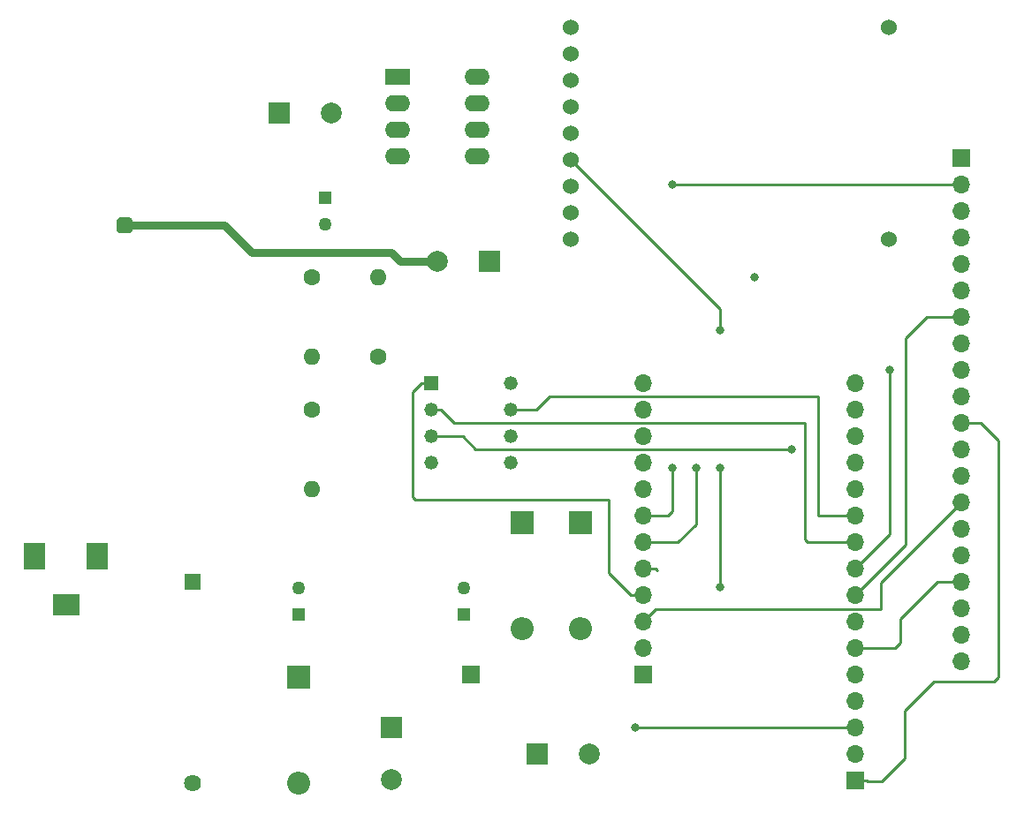
<source format=gbr>
G04 #@! TF.GenerationSoftware,KiCad,Pcbnew,(5.1.4-0-10_14)*
G04 #@! TF.CreationDate,2020-01-10T09:40:25-08:00*
G04 #@! TF.ProjectId,Griduino,47726964-7569-46e6-9f2e-6b696361645f,0*
G04 #@! TF.SameCoordinates,Original*
G04 #@! TF.FileFunction,Copper,L4,Bot*
G04 #@! TF.FilePolarity,Positive*
%FSLAX46Y46*%
G04 Gerber Fmt 4.6, Leading zero omitted, Abs format (unit mm)*
G04 Created by KiCad (PCBNEW (5.1.4-0-10_14)) date 2020-01-10 09:40:25*
%MOMM*%
%LPD*%
G04 APERTURE LIST*
%ADD10C,0.100000*%
%ADD11C,1.524000*%
%ADD12R,1.700000X1.700000*%
%ADD13R,2.000000X2.600000*%
%ADD14R,2.600000X2.000000*%
%ADD15C,1.320800*%
%ADD16R,1.320800X1.320800*%
%ADD17O,2.200000X2.200000*%
%ADD18R,2.200000X2.200000*%
%ADD19C,2.000000*%
%ADD20R,2.000000X2.000000*%
%ADD21O,1.700000X1.700000*%
%ADD22O,1.600000X1.600000*%
%ADD23C,1.600000*%
%ADD24O,2.400000X1.600000*%
%ADD25R,2.400000X1.600000*%
%ADD26C,1.270000*%
%ADD27R,1.270000X1.270000*%
%ADD28C,1.625600*%
%ADD29R,1.625600X1.625600*%
%ADD30C,0.812800*%
%ADD31C,0.254000*%
%ADD32C,0.762000*%
G04 APERTURE END LIST*
D10*
G36*
X90435945Y-83161435D02*
G01*
X90472929Y-83166921D01*
X90509198Y-83176006D01*
X90544402Y-83188602D01*
X90578202Y-83204588D01*
X90610272Y-83223810D01*
X90640304Y-83246083D01*
X90668008Y-83271192D01*
X90693117Y-83298896D01*
X90715390Y-83328928D01*
X90734612Y-83360998D01*
X90750598Y-83394798D01*
X90763194Y-83430002D01*
X90772279Y-83466271D01*
X90777765Y-83503255D01*
X90779600Y-83540600D01*
X90779600Y-84302600D01*
X90777765Y-84339945D01*
X90772279Y-84376929D01*
X90763194Y-84413198D01*
X90750598Y-84448402D01*
X90734612Y-84482202D01*
X90715390Y-84514272D01*
X90693117Y-84544304D01*
X90668008Y-84572008D01*
X90640304Y-84597117D01*
X90610272Y-84619390D01*
X90578202Y-84638612D01*
X90544402Y-84654598D01*
X90509198Y-84667194D01*
X90472929Y-84676279D01*
X90435945Y-84681765D01*
X90398600Y-84683600D01*
X89636600Y-84683600D01*
X89599255Y-84681765D01*
X89562271Y-84676279D01*
X89526002Y-84667194D01*
X89490798Y-84654598D01*
X89456998Y-84638612D01*
X89424928Y-84619390D01*
X89394896Y-84597117D01*
X89367192Y-84572008D01*
X89342083Y-84544304D01*
X89319810Y-84514272D01*
X89300588Y-84482202D01*
X89284602Y-84448402D01*
X89272006Y-84413198D01*
X89262921Y-84376929D01*
X89257435Y-84339945D01*
X89255600Y-84302600D01*
X89255600Y-83540600D01*
X89257435Y-83503255D01*
X89262921Y-83466271D01*
X89272006Y-83430002D01*
X89284602Y-83394798D01*
X89300588Y-83360998D01*
X89319810Y-83328928D01*
X89342083Y-83298896D01*
X89367192Y-83271192D01*
X89394896Y-83246083D01*
X89424928Y-83223810D01*
X89456998Y-83204588D01*
X89490798Y-83188602D01*
X89526002Y-83176006D01*
X89562271Y-83166921D01*
X89599255Y-83161435D01*
X89636600Y-83159600D01*
X90398600Y-83159600D01*
X90435945Y-83161435D01*
X90435945Y-83161435D01*
G37*
D11*
X90017600Y-83921600D03*
X163245800Y-85267800D03*
X163245800Y-64947800D03*
X132765800Y-85267800D03*
X132765800Y-82727800D03*
X132765800Y-80187800D03*
X132765800Y-77647800D03*
X132765800Y-75107800D03*
X132765800Y-72567800D03*
X132765800Y-70027800D03*
X132765800Y-67487800D03*
X132765800Y-64947800D03*
D12*
X123190000Y-127000000D03*
D13*
X81404200Y-115620800D03*
X87404200Y-115620800D03*
D14*
X84404200Y-120320800D03*
D15*
X127000000Y-99060000D03*
X127000000Y-101600000D03*
X127000000Y-104140000D03*
X127000000Y-106680000D03*
X119380000Y-106680000D03*
X119380000Y-104140000D03*
X119380000Y-101600000D03*
D16*
X119380000Y-99060000D03*
D17*
X133705600Y-122631200D03*
D18*
X133705600Y-112471200D03*
D17*
X128143000Y-122631200D03*
D18*
X128143000Y-112471200D03*
D17*
X106680000Y-137414000D03*
D18*
X106680000Y-127254000D03*
D19*
X119968000Y-87376000D03*
D20*
X124968000Y-87376000D03*
D19*
X134540000Y-134620000D03*
D20*
X129540000Y-134620000D03*
D19*
X109800400Y-73152000D03*
D20*
X104800400Y-73152000D03*
D19*
X115570000Y-137080000D03*
D20*
X115570000Y-132080000D03*
D21*
X139700000Y-99060000D03*
X139700000Y-101600000D03*
X139700000Y-104140000D03*
X139700000Y-106680000D03*
X139700000Y-109220000D03*
X139700000Y-111760000D03*
X139700000Y-114300000D03*
X139700000Y-116840000D03*
X139700000Y-119380000D03*
X139700000Y-121920000D03*
X139700000Y-124460000D03*
D12*
X139700000Y-127000000D03*
D21*
X160020000Y-99060000D03*
X160020000Y-101600000D03*
X160020000Y-104140000D03*
X160020000Y-106680000D03*
X160020000Y-109220000D03*
X160020000Y-111760000D03*
X160020000Y-114300000D03*
X160020000Y-116840000D03*
X160020000Y-119380000D03*
X160020000Y-121920000D03*
X160020000Y-124460000D03*
X160020000Y-127000000D03*
X160020000Y-129540000D03*
X160020000Y-132080000D03*
X160020000Y-134620000D03*
D12*
X160020000Y-137160000D03*
D22*
X107950000Y-96520000D03*
D23*
X107950000Y-88900000D03*
D22*
X107950000Y-109220000D03*
D23*
X107950000Y-101600000D03*
D24*
X123748800Y-69697600D03*
X116128800Y-77317600D03*
X123748800Y-72237600D03*
X116128800Y-74777600D03*
X123748800Y-74777600D03*
X116128800Y-72237600D03*
X123748800Y-77317600D03*
D25*
X116128800Y-69697600D03*
D22*
X114300000Y-88900000D03*
D23*
X114300000Y-96520000D03*
D26*
X109220000Y-83820000D03*
D27*
X109220000Y-81280000D03*
D21*
X170180000Y-125730000D03*
X170180000Y-123190000D03*
X170180000Y-120650000D03*
X170180000Y-118110000D03*
X170180000Y-115570000D03*
X170180000Y-113030000D03*
X170180000Y-110490000D03*
X170180000Y-107950000D03*
X170180000Y-105410000D03*
X170180000Y-102870000D03*
X170180000Y-100330000D03*
X170180000Y-97790000D03*
X170180000Y-95250000D03*
X170180000Y-92710000D03*
X170180000Y-90170000D03*
X170180000Y-87630000D03*
X170180000Y-85090000D03*
X170180000Y-82550000D03*
X170180000Y-80010000D03*
D12*
X170180000Y-77470000D03*
D26*
X122504200Y-118694200D03*
D27*
X122504200Y-121234200D03*
D26*
X106654600Y-118719600D03*
D27*
X106654600Y-121259600D03*
D28*
X96494600Y-137414000D03*
D29*
X96494600Y-118110000D03*
D30*
X163322000Y-97790000D03*
X138938000Y-132080000D03*
X147066000Y-107188000D03*
X147066000Y-118618000D03*
X147066000Y-93980000D03*
X150368000Y-88900000D03*
X142494000Y-107188000D03*
X142494000Y-80035400D03*
X144754600Y-107162600D03*
X153924000Y-105410000D03*
D31*
X160020000Y-116840000D02*
X163322000Y-113538000D01*
X163322000Y-113538000D02*
X163322000Y-97790000D01*
X140902081Y-116840000D02*
X141029081Y-116967000D01*
X139700000Y-116840000D02*
X140902081Y-116840000D01*
X161124000Y-137160000D02*
X161174800Y-137210800D01*
X160020000Y-137160000D02*
X161124000Y-137160000D01*
X161174800Y-137210800D02*
X162560000Y-137210800D01*
X162560000Y-137210800D02*
X164744400Y-135026400D01*
X164744400Y-135026400D02*
X164744400Y-130505200D01*
X164744400Y-130505200D02*
X167589200Y-127660400D01*
X167589200Y-127660400D02*
X173329600Y-127660400D01*
X173329600Y-127660400D02*
X173761400Y-127228600D01*
X173761400Y-127228600D02*
X173761400Y-104597200D01*
X172034200Y-102870000D02*
X170180000Y-102870000D01*
X173761400Y-104597200D02*
X172034200Y-102870000D01*
X138938000Y-132080000D02*
X160020000Y-132080000D01*
X147066000Y-107188000D02*
X147066000Y-118618000D01*
X147066000Y-91948000D02*
X147066000Y-93980000D01*
X132765800Y-77647800D02*
X147066000Y-91948000D01*
X140931001Y-120688999D02*
X162521001Y-120688999D01*
X139700000Y-121920000D02*
X140931001Y-120688999D01*
X162521001Y-118148999D02*
X170180000Y-110490000D01*
X162521001Y-120688999D02*
X162521001Y-118148999D01*
X140902081Y-111760000D02*
X140927481Y-111734600D01*
X139700000Y-111760000D02*
X140902081Y-111760000D01*
X140927481Y-111734600D02*
X142113000Y-111734600D01*
X142113000Y-111734600D02*
X142519400Y-111328200D01*
X142519400Y-107213400D02*
X142494000Y-107188000D01*
X142519400Y-111328200D02*
X142519400Y-107213400D01*
X170154600Y-80035400D02*
X170180000Y-80010000D01*
X142494000Y-80035400D02*
X170154600Y-80035400D01*
X139700000Y-114300000D02*
X143027400Y-114300000D01*
X143027400Y-114300000D02*
X144754600Y-112572800D01*
X144754600Y-112572800D02*
X144754600Y-107162600D01*
X163830000Y-124460000D02*
X164338000Y-123952000D01*
X160020000Y-124460000D02*
X163830000Y-124460000D01*
X164338000Y-123952000D02*
X164338000Y-121666000D01*
X167894000Y-118110000D02*
X170180000Y-118110000D01*
X164338000Y-121666000D02*
X167894000Y-118110000D01*
X170180000Y-92710000D02*
X168977919Y-92710000D01*
X160020000Y-119380000D02*
X164846000Y-114554000D01*
X164846000Y-114554000D02*
X164846000Y-94742000D01*
X166878000Y-92710000D02*
X170180000Y-92710000D01*
X164846000Y-94742000D02*
X166878000Y-92710000D01*
D32*
X115544600Y-86512400D02*
X116408200Y-87376000D01*
X102158800Y-86512400D02*
X115544600Y-86512400D01*
X116408200Y-87376000D02*
X119968000Y-87376000D01*
X99568000Y-83921600D02*
X102158800Y-86512400D01*
X90017600Y-83921600D02*
X99568000Y-83921600D01*
D31*
X119380000Y-104140000D02*
X120313946Y-104140000D01*
X119380000Y-104140000D02*
X122428000Y-104140000D01*
X123659001Y-105371001D02*
X153708999Y-105371001D01*
X122428000Y-104140000D02*
X123659001Y-105371001D01*
X153708999Y-105371001D02*
X153924000Y-105156000D01*
X109220000Y-73660000D02*
X109620000Y-73660000D01*
X117856000Y-110236000D02*
X136398000Y-110236000D01*
X117602000Y-109982000D02*
X117856000Y-110236000D01*
X117602000Y-99923600D02*
X117602000Y-109982000D01*
X118465600Y-99060000D02*
X117602000Y-99923600D01*
X119380000Y-99060000D02*
X118465600Y-99060000D01*
X139700000Y-119380000D02*
X138497919Y-119380000D01*
X136398000Y-117280081D02*
X136398000Y-110236000D01*
X138497919Y-119380000D02*
X136398000Y-117280081D01*
X156438600Y-100330000D02*
X156438600Y-111785400D01*
X156464000Y-111760000D02*
X160020000Y-111760000D01*
X156438600Y-111785400D02*
X156464000Y-111760000D01*
X156438600Y-100330000D02*
X130708400Y-100330000D01*
X129438400Y-101600000D02*
X127000000Y-101600000D01*
X130708400Y-100330000D02*
X129438400Y-101600000D01*
X120313946Y-101600000D02*
X121583946Y-102870000D01*
X119380000Y-101600000D02*
X120313946Y-101600000D01*
X121583946Y-102870000D02*
X155194000Y-102870000D01*
X155194000Y-102870000D02*
X155194000Y-114046000D01*
X155448000Y-114300000D02*
X160020000Y-114300000D01*
X155194000Y-114046000D02*
X155448000Y-114300000D01*
M02*

</source>
